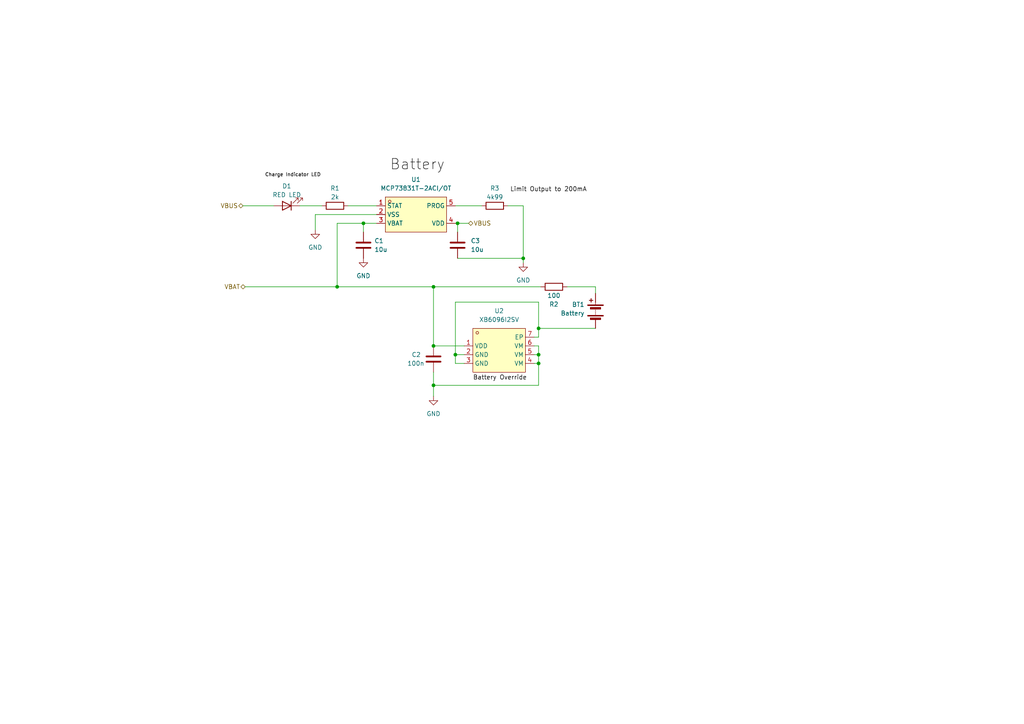
<source format=kicad_sch>
(kicad_sch (version 20230121) (generator eeschema)
  (paper "A4")
  (title_block (title "BLEEarrings (Blade Runner)") (date "2023-10-30") (rev "00.00") (company "Kitty and Dom"))
  (lib_symbols
    (symbol "Device:Battery" (pin_numbers hide) (pin_names (offset 0) hide)
      (property "Reference" "BT" (at 2.54 2.54 0))
      (property "Value" "Battery" (at 2.54 0 0))
      (symbol "Battery_0_1"
        (rectangle (start -2.286 -1.27) (end 2.286 -1.524) (fill (type outline)))
        (rectangle (start -2.286 1.778) (end 2.286 1.524) (fill (type outline)))
        (rectangle (start -1.524 -2.032) (end 1.524 -2.54) (fill (type outline)))
        (rectangle (start -1.524 1.016) (end 1.524 0.508) (fill (type outline)))
        (polyline (pts (xy 0 -1.016) (xy 0 -0.762)))
        (polyline (pts (xy 0 -0.508) (xy 0 -0.254)))
        (polyline (pts (xy 0 0) (xy 0 0.254)))
        (polyline (pts (xy 0 1.778) (xy 0 2.54)))
        (polyline (pts (xy 0.762 3.048) (xy 1.778 3.048)) (stroke (width 0.254)))
        (polyline (pts (xy 1.27 3.556) (xy 1.27 2.54)) (stroke (width 0.254)))
      )
      (symbol "Battery_1_1"
        (pin passive line (at 0 5.08 270) (length 2.54) (name "+") (number "1"))
        (pin passive line (at 0 -5.08 90) (length 2.54) (name "-") (number "2"))
      )
    )
    (symbol "Device:C" (pin_numbers hide) (pin_names (offset 0.254))
      (property "Reference" "C" (at 0.635 2.54 0))
      (property "Value" "C" (at 0.635 -2.54 0))
      (symbol "C_0_1"
        (polyline (pts (xy -2.032 -0.762) (xy 2.032 -0.762)) (stroke (width 0.508)))
        (polyline (pts (xy -2.032 0.762) (xy 2.032 0.762)) (stroke (width 0.508)))
      )
      (symbol "C_1_1"
        (pin passive line (at 0 3.81 270) (length 2.794) (name "~") (number "1"))
        (pin passive line (at 0 -3.81 90) (length 2.794) (name "~") (number "2"))
      )
    )
    (symbol "Device:LED" (pin_numbers hide) (pin_names (offset 1.016) hide)
      (property "Reference" "D" (at 0 2.54 0))
      (property "Value" "LED" (at 0 -2.54 0))
      (symbol "LED_0_1"
        (polyline (pts (xy -1.27 -1.27) (xy -1.27 1.27)) (stroke (width 0.254)))
        (polyline (pts (xy -1.27 0) (xy 1.27 0)))
        (polyline (pts (xy 1.27 -1.27) (xy 1.27 1.27) (xy -1.27 0) (xy 1.27 -1.27)) (stroke (width 0.254)))
        (polyline (pts (xy -3.048 -0.762) (xy -4.572 -2.286) (xy -3.81 -2.286) (xy -4.572 -2.286) (xy -4.572 -1.524)))
        (polyline (pts (xy -1.778 -0.762) (xy -3.302 -2.286) (xy -2.54 -2.286) (xy -3.302 -2.286) (xy -3.302 -1.524)))
      )
      (symbol "LED_1_1"
        (pin passive line (at -3.81 0 0) (length 2.54) (name "K") (number "1"))
        (pin passive line (at 3.81 0 180) (length 2.54) (name "A") (number "2"))
      )
    )
    (symbol "Device:R" (pin_numbers hide) (pin_names (offset 0))
      (property "Reference" "R" (at 2.032 0 90))
      (property "Value" "R" (at 0 0 90))
      (symbol "R_0_1"
        (rectangle (start -1.016 -2.54) (end 1.016 2.54) (stroke (width 0.254)))
      )
      (symbol "R_1_1"
        (pin passive line (at 0 3.81 270) (length 1.27) (name "~") (number "1"))
        (pin passive line (at 0 -3.81 90) (length 1.27) (name "~") (number "2"))
      )
    )
    (symbol "easyeda2kicad:MCP73831T-2ACI_OT"
      (property "Reference" "U" (at 0 7.62 0))
      (property "Value" "MCP73831T-2ACI/OT" (at 0 -7.62 0))
      (symbol "MCP73831T-2ACI_OT_0_1"
        (rectangle (start -8.89 5.08) (end 8.89 -5.08) (fill (type background)))
        (circle (center -7.62 3.81) (radius 0.38))
        (pin unspecified line (at -11.43 2.54 0) (length 2.54) (name "STAT") (number "1"))
        (pin unspecified line (at -11.43 0 0) (length 2.54) (name "VSS") (number "2"))
        (pin unspecified line (at -11.43 -2.54 0) (length 2.54) (name "VBAT") (number "3"))
        (pin unspecified line (at 11.43 -2.54 180) (length 2.54) (name "VDD") (number "4"))
        (pin unspecified line (at 11.43 2.54 180) (length 2.54) (name "PROG") (number "5"))
      )
    )
    (symbol "easyeda2kicad:XB6096I2SV"
      (property "Reference" "U" (at 0 10.16 0))
      (property "Value" "XB6096I2SV" (at 0 -7.62 0))
      (symbol "XB6096I2SV_0_1"
        (rectangle (start -7.62 7.62) (end 7.62 -5.08) (fill (type background)))
        (circle (center -6.35 6.35) (radius 0.38))
        (pin unspecified line (at -10.16 2.54 0) (length 2.54) (name "VDD") (number "1"))
        (pin unspecified line (at -10.16 0 0) (length 2.54) (name "GND") (number "2"))
        (pin unspecified line (at -10.16 -2.54 0) (length 2.54) (name "GND") (number "3"))
        (pin unspecified line (at 10.16 -2.54 180) (length 2.54) (name "VM") (number "4"))
        (pin unspecified line (at 10.16 0 180) (length 2.54) (name "VM") (number "5"))
        (pin unspecified line (at 10.16 2.54 180) (length 2.54) (name "VM") (number "6"))
        (pin unspecified line (at 10.16 5.08 180) (length 2.54) (name "EP") (number "7"))
      )
    )
    (symbol "power:GND" (power) (pin_names (offset 0))
      (property "Value" "GND" (at 0 -3.81 0))
      (symbol "GND_0_1"
        (polyline (pts (xy 0 0) (xy 0 -1.27) (xy 1.27 -1.27) (xy 0 -2.54) (xy -1.27 -1.27) (xy 0 -1.27)))
      )
      (symbol "GND_1_1"
        (pin power_in line (at 0 0 270) (length 0) hide (name "GND") (number "1"))
      )
    )
  )
  (junction (at 125.73 111.76))
  (junction (at 125.73 83.185))
  (junction (at 132.715 64.77))
  (junction (at 132.08 102.87))
  (junction (at 125.73 100.33))
  (junction (at 151.765 74.93))
  (junction (at 156.21 102.87))
  (junction (at 97.79 83.185))
  (junction (at 105.41 64.77))
  (junction (at 156.21 105.41))
  (junction (at 156.21 95.25))
  (wire (pts (xy 156.21 95.25) (xy 156.21 97.79)))
  (wire (pts (xy 105.41 67.31) (xy 105.41 64.77)))
  (wire (pts (xy 156.21 100.33) (xy 154.94 100.33)))
  (wire (pts (xy 97.79 83.185) (xy 125.73 83.185)))
  (wire (pts (xy 132.08 59.69) (xy 139.7 59.69)))
  (wire (pts (xy 172.72 95.25) (xy 156.21 95.25)))
  (wire (pts (xy 91.44 62.23) (xy 109.22 62.23)))
  (wire (pts (xy 156.21 100.33) (xy 156.21 102.87)))
  (wire (pts (xy 70.485 59.69) (xy 79.375 59.69)))
  (wire (pts (xy 125.73 111.76) (xy 156.21 111.76)))
  (wire (pts (xy 156.21 102.87) (xy 156.21 105.41)))
  (wire (pts (xy 132.08 102.87) (xy 132.08 105.41)))
  (wire (pts (xy 97.79 64.77) (xy 105.41 64.77)))
  (wire (pts (xy 97.79 64.77) (xy 97.79 83.185)))
  (wire (pts (xy 125.73 107.95) (xy 125.73 111.76)))
  (wire (pts (xy 156.845 83.185) (xy 125.73 83.185)))
  (wire (pts (xy 151.765 59.69) (xy 147.32 59.69)))
  (wire (pts (xy 156.21 111.76) (xy 156.21 105.41)))
  (wire (pts (xy 156.21 102.87) (xy 154.94 102.87)))
  (wire (pts (xy 132.08 105.41) (xy 134.62 105.41)))
  (wire (pts (xy 125.73 111.76) (xy 125.73 114.935)))
  (wire (pts (xy 105.41 64.77) (xy 109.22 64.77)))
  (wire (pts (xy 156.21 105.41) (xy 154.94 105.41)))
  (wire (pts (xy 132.715 64.77) (xy 135.89 64.77)))
  (wire (pts (xy 132.715 74.93) (xy 151.765 74.93)))
  (wire (pts (xy 132.08 102.87) (xy 134.62 102.87)))
  (wire (pts (xy 151.765 59.69) (xy 151.765 74.93)))
  (wire (pts (xy 132.08 87.63) (xy 132.08 102.87)))
  (wire (pts (xy 91.44 66.675) (xy 91.44 62.23)))
  (wire (pts (xy 156.21 87.63) (xy 132.08 87.63)))
  (wire (pts (xy 172.72 85.09) (xy 172.72 83.185)))
  (wire (pts (xy 132.715 64.77) (xy 132.715 67.31)))
  (wire (pts (xy 156.21 87.63) (xy 156.21 95.25)))
  (wire (pts (xy 172.72 83.185) (xy 164.465 83.185)))
  (wire (pts (xy 125.73 83.185) (xy 125.73 100.33)))
  (wire (pts (xy 132.715 64.77) (xy 132.08 64.77)))
  (wire (pts (xy 86.995 59.69) (xy 93.345 59.69)))
  (wire (pts (xy 151.765 74.93) (xy 151.765 76.2)))
  (wire (pts (xy 156.21 97.79) (xy 154.94 97.79)))
  (wire (pts (xy 100.965 59.69) (xy 109.22 59.69)))
  (wire (pts (xy 71.12 83.185) (xy 97.79 83.185)))
  (wire (pts (xy 125.73 100.33) (xy 134.62 100.33)))
  (label "Battery Override" (at 137.16 110.49 0))
  (label "Battery" (at 113.03 50.165 0) (effects (font (size 3 3))))
  (label "Charge Indicator LED" (at 76.835 51.435 0) (effects (font (size 1 1))))
  (label "Limit Output to 200mA" (at 147.955 55.88 0))
  (hierarchical_label "VBUS" (shape bidirectional) (at 135.89 64.77 0))
  (hierarchical_label "VBAT" (shape bidirectional) (at 71.12 83.185 180))
  (hierarchical_label "VBUS" (shape bidirectional) (at 70.485 59.69 180))
  (symbol (lib_id "Device:LED") (at 83.185 59.69 180) (unit 1)
    (property "Reference" "D1" (at 83.185 53.975 0))
    (property "Value" "RED LED" (at 83.185 56.515 0))
    (property "Footprint" "LED_SMD:LED_0603_1608Metric_Pad1.05x0.95mm_HandSolder" (effects hide))
    (property "LCSC Part" "C389517 " (effects hide))
  )
  (symbol (lib_id "power:GND") (at 125.73 114.935 0) (unit 1)
    (property "Reference" "#PWR05" (effects hide))
    (property "Value" "GND" (at 125.73 120.015 0))
    (instances (project "Dock" (path "" (reference "#PWR05") (unit 1))) (project "BLEEarrings" (path "" (reference "#PWR04") (unit 1))))
  )
  (symbol (lib_id "Device:C") (at 125.73 104.14 0) (unit 1)
    (property "Reference" "C2" (at 119.38 102.87 0) (effects (justify left)))
    (property "Value" "100n" (at 118.11 105.41 0) (effects (justify left)))
    (property "Footprint" "Capacitor_SMD:C_0402_1005Metric_Pad0.74x0.62mm_HandSolder" (effects hide))
    (property "LCSC Part" "C60474" (effects hide))
    (instances (project "Dock" (path "" (reference "C2") (unit 1))) (project "BLEEarrings" (path "" (reference "C18") (unit 1))))
  )
  (symbol (lib_id "power:GND") (at 91.44 66.675 0) (unit 1)
    (property "Reference" "#PWR01" (effects hide))
    (property "Value" "GND" (at 91.44 71.755 0))
    (instances (project "Dock" (path "" (reference "#PWR01") (unit 1))) (project "BLEEarrings" (path "" (reference "#PWR022") (unit 1))))
  )
  (symbol (lib_id "power:GND") (at 151.765 76.2 0) (unit 1)
    (property "Reference" "#PWR04" (effects hide))
    (property "Value" "GND" (at 151.765 81.28 0))
    (instances (project "Dock" (path "" (reference "#PWR04") (unit 1))) (project "BLEEarrings" (path "" (reference "#PWR024") (unit 1))))
  )
  (symbol (lib_id "power:GND") (at 105.41 74.93 0) (unit 1)
    (property "Reference" "#PWR03" (effects hide))
    (property "Value" "GND" (at 105.41 80.01 0))
    (instances (project "Dock" (path "" (reference "#PWR03") (unit 1))) (project "BLEEarrings" (path "" (reference "#PWR06") (unit 1))))
  )
  (symbol (lib_id "easyeda2kicad:MCP73831T-2ACI_OT") (at 120.65 62.23 0) (unit 1)
    (property "Reference" "U1" (at 120.65 52.07 0))
    (property "Value" "MCP73831T-2ACI/OT" (at 120.65 54.61 0))
    (property "Footprint" "easyeda2kicad:SOT-23-5_L3.0-W1.7-P0.95-LS2.8-BL" (effects hide))
    (property "Datasheet" "https://lcsc.com/product-detail/PMIC-Battery-Management_Microchip-Tech-MCP73831T-2ACI-OT_C424093.html" (effects hide))
    (property "LCSC Part" "C424093" (effects hide))
  )
  (symbol (lib_id "Device:C") (at 132.715 71.12 0) (unit 1)
    (property "Reference" "C3" (at 136.525 69.85 0) (effects (justify left)))
    (property "Value" "10u" (at 136.525 72.39 0) (effects (justify left)))
    (property "Footprint" "Capacitor_SMD:C_0402_1005Metric_Pad0.74x0.62mm_HandSolder" (effects hide))
    (property "LCSC Part" "C15525" (effects hide))
    (instances (project "Dock" (path "" (reference "C3") (unit 1))) (project "BLEEarrings" (path "" (reference "C19") (unit 1))))
  )
  (symbol (lib_id "Device:R") (at 97.155 59.69 90) (unit 1)
    (property "Reference" "R1" (at 97.155 54.61 90))
    (property "Value" "2k" (at 97.155 57.15 90))
    (property "Footprint" "Resistor_SMD:R_0402_1005Metric_Pad0.72x0.64mm_HandSolder" (effects hide))
    (property "LCSC Part" "C60488" (effects hide))
  )
  (symbol (lib_id "easyeda2kicad:XB6096I2SV") (at 144.78 102.87 0) (unit 1)
    (property "Reference" "U2" (at 144.78 90.17 0))
    (property "Value" "XB6096I2SV" (at 144.78 92.71 0))
    (property "Footprint" "easyeda2kicad:WDFN-6_L2.0-W2.0-P0.65-BL-EP" (effects hide))
    (property "LCSC Part" "C2998744" (effects hide))
  )
  (symbol (lib_id "Device:R") (at 143.51 59.69 90) (unit 1)
    (property "Reference" "R3" (at 143.51 54.61 90))
    (property "Value" "4k99" (at 143.51 57.15 90))
    (property "Footprint" "Resistor_SMD:R_0402_1005Metric_Pad0.72x0.64mm_HandSolder" (effects hide))
    (property "LCSC Part" "C137965" (effects hide))
    (instances (project "Dock" (path "" (reference "R3") (unit 1))) (project "BLEEarrings" (path "" (reference "R4") (unit 1))))
  )
  (symbol (lib_id "Device:R") (at 160.655 83.185 270) (unit 1)
    (property "Reference" "R2" (at 160.655 88.265 90))
    (property "Value" "100" (at 160.655 85.725 90))
    (property "Footprint" "Resistor_SMD:R_0402_1005Metric_Pad0.72x0.64mm_HandSolder" (effects hide))
    (property "LCSC Part" "C106233" (effects hide))
    (instances (project "Dock" (path "" (reference "R2") (unit 1))) (project "BLEEarrings" (path "" (reference "R3") (unit 1))))
  )
  (symbol (lib_id "Device:Battery") (at 172.72 90.17 0) (mirror y) (unit 1)
    (property "Reference" "BT1" (at 169.545 88.3285 0) (effects (justify left)))
    (property "Value" "Battery" (at 169.545 90.8685 0) (effects (justify left)))
    (property "Footprint" "easyeda2kicad:CONN-TH_530480210" (effects hide))
    (property "LCSC Part" "C505099" (effects hide))
  )
  (symbol (lib_id "Device:C") (at 105.41 71.12 0) (unit 1)
    (property "Reference" "C1" (at 108.585 69.85 0) (effects (justify left)))
    (property "Value" "10u" (at 108.585 72.39 0) (effects (justify left)))
    (property "Footprint" "Capacitor_SMD:C_0402_1005Metric_Pad0.74x0.62mm_HandSolder" (effects hide))
    (property "LCSC Part" "C15525" (effects hide))
    (instances (project "Dock" (path "" (reference "C1") (unit 1))) (project "BLEEarrings" (path "" (reference "C13") (unit 1))))
  )
)
</source>
